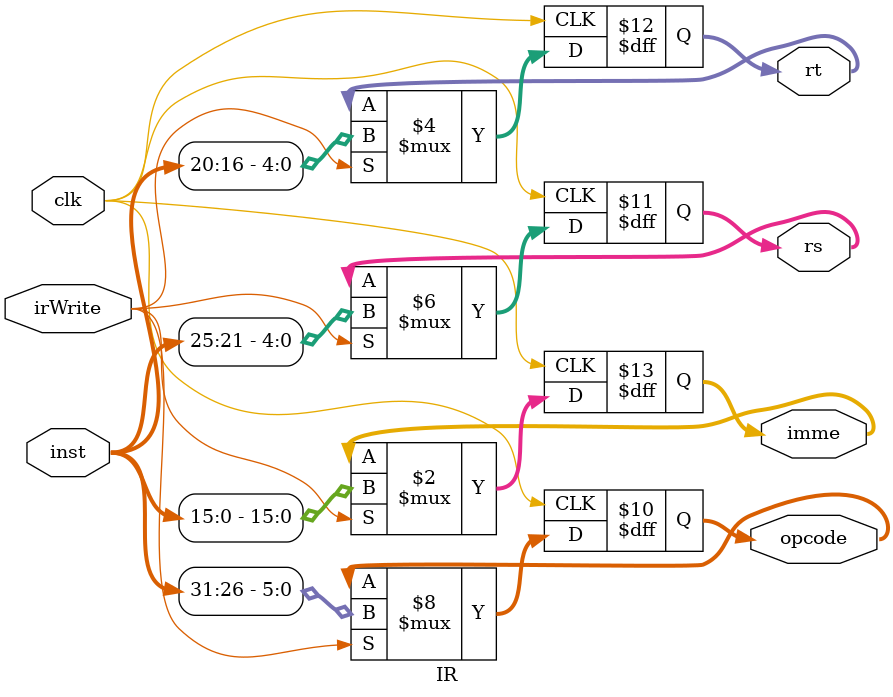
<source format=v>
module IR(inst, opcode, rs, rt, imme, irWrite, clk);
	input [31:0] inst;					//Instrução vindo da memoria
	output reg [5:0] opcode;			//Campo Opcode
	output reg [4:0] rs;				//Campo RS
	output reg [4:0] rt;				//Campo RT
	output reg [15:0] imme;				//Campo Imediato
	input clk;
	input irWrite;						//bit de controle da escrita
	always @ (posedge clk) begin
		if(irWrite) begin
			opcode <= inst[31:26];			//Separação da instrução
			rs <= inst[25:21];				//Nos respectivos campos
			rt <= inst[20:16];
			imme <= inst[15:0];
		end
	end
endmodule

</source>
